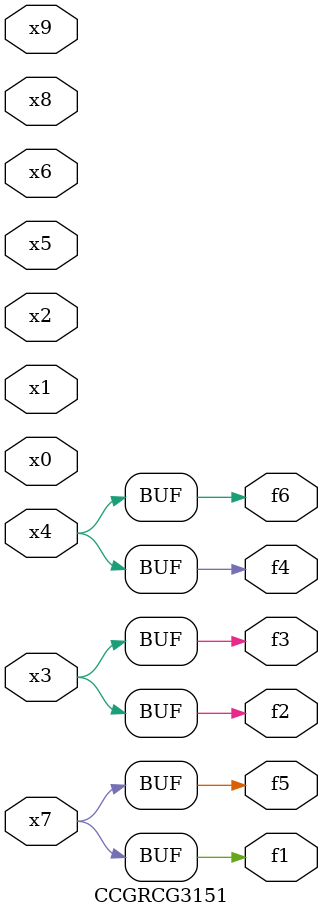
<source format=v>
module CCGRCG3151(
	input x0, x1, x2, x3, x4, x5, x6, x7, x8, x9,
	output f1, f2, f3, f4, f5, f6
);
	assign f1 = x7;
	assign f2 = x3;
	assign f3 = x3;
	assign f4 = x4;
	assign f5 = x7;
	assign f6 = x4;
endmodule

</source>
